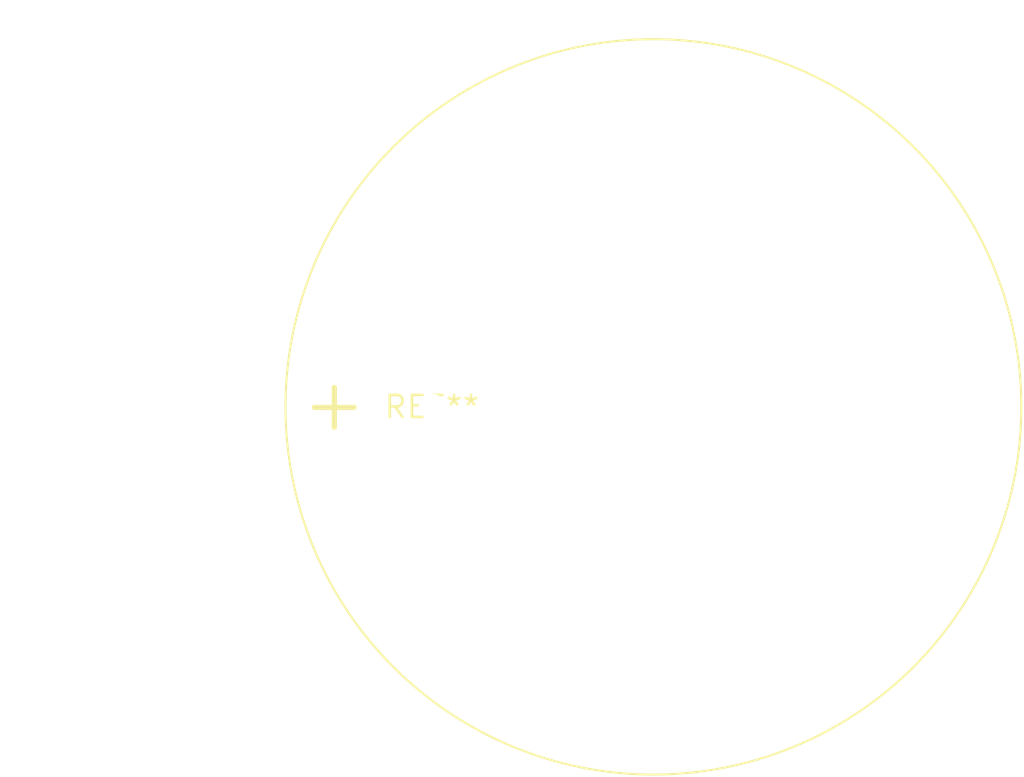
<source format=kicad_pcb>
(kicad_pcb (version 20240108) (generator pcbnew)
  (layers (0 "F.Cu" signal) (31 "B.Cu" signal) (34 "B.Paste" user) (35 "F.Paste" user) (36 "B.SilkS" user "B.Silkscreen") (37 "F.SilkS" user "F.Silkscreen") (38 "B.Mask" user) (39 "F.Mask" user) (44 "Edge.Cuts" user))
  (net 0 "")
  (footprint "MagneticBuzzer_ProjectsUnlimited_AI-4228-TWT-R" (layer "F.Cu") (at 0 0)
    (property "Reference" "REF**")
    (property "Value" "MagneticBuzzer_ProjectsUnlimited_AI-4228-TWT-R")
    (fp_circle (center 12.7 0) (end 33.8 0) (layer "F.SilkS") (stroke (width 0.12)) (fill none))
    (fp_text user "+" (at -5.6 -0.2 0) (layer "F.SilkS") (effects (font (size 3 3) (thickness 0.3))))
    (pad "1" thru_hole rect (at 0 0) (size 3 3) (drill 1.5) (layers *.Cu *.Mask) (remove_unused_layers))
    (pad "2" thru_hole circle (at 25.4 0) (size 3 3) (drill 1.5) (layers *.Cu *.Mask) (remove_unused_layers))
  )
)
</source>
